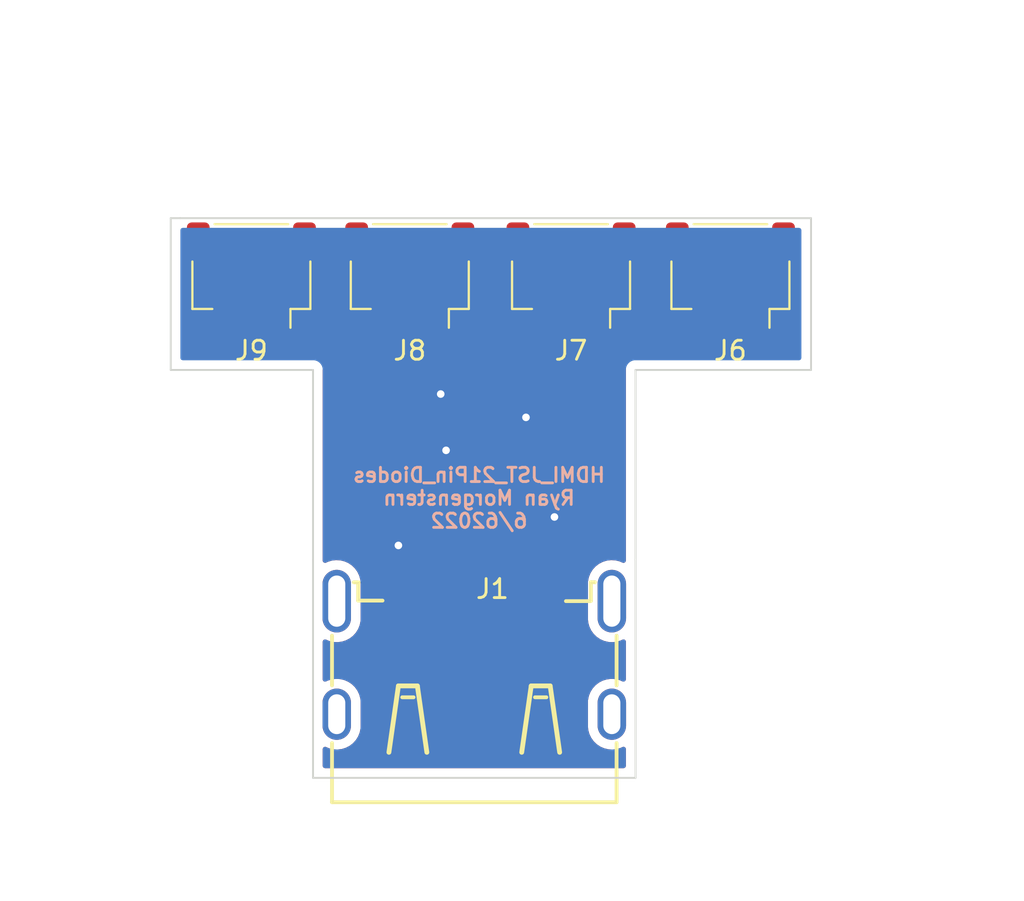
<source format=kicad_pcb>
(kicad_pcb (version 20211014) (generator pcbnew)
  (layers (0 "F.Cu" signal) (31 "B.Cu" signal) (34 "B.Paste" user) (35 "F.Paste" user) (36 "B.SilkS" user "B.Silkscreen") (37 "F.SilkS" user "F.Silkscreen") (38 "B.Mask" user) (39 "F.Mask" user) (44 "Edge.Cuts" user))
  (net 0 "")
  (net 1 "GND")
  (net 2 "Net-(J1-Pad4)")
  (net 3 "Net-(J1-Pad6)")
  (net 4 "Net-(J1-Pad7)")
  (net 5 "Net-(J1-Pad9)")
  (net 6 "Net-(J1-Pad10)")
  (net 7 "Net-(J1-Pad12)")
  (net 22 "Net-(J6-Pad3)")
  (net 23 "Net-(J6-Pad2)")
  (footprint "Connector_JST:JST_SH_SM04B-SRSS-TB_1x04-1MP_P1.00mm_Horizontal" (layer "F.Cu") (at -11.75 -19.75 180)
    (fp_text reference "J9" (at 0 -3.98) (layer "F.SilkS"))
    (fp_text value "Conn_01x04")
    (fp_line (start -3.11 0.715) (end -3.11 -1.785) (layer "F.SilkS") (width 0.12))
    (fp_line (start -3.11 -1.785) (end -2.06 -1.785) (layer "F.SilkS") (width 0.12))
    (fp_line (start -2.06 -1.785) (end -2.06 -2.775) (layer "F.SilkS") (width 0.12))
    (fp_line (start -1.94 2.685) (end 1.94 2.685) (layer "F.SilkS") (width 0.12))
    (fp_line (start 3.11 0.715) (end 3.11 -1.785) (layer "F.SilkS") (width 0.12))
    (fp_line (start 3.11 -1.785) (end 2.06 -1.785) (layer "F.SilkS") (width 0.12))
    (pad "1" smd roundrect (at -1.5 -2 180) (size 0.6 1.55) (layers "F.Cu" "F.Paste" "F.Mask"))
    (pad "2" smd roundrect (at -0.5 -2 180) (size 0.6 1.55) (layers "F.Cu" "F.Paste" "F.Mask") (net 6 "Net-(J1-Pad10)"))
    (pad "3" smd roundrect (at 0.5 -2 180) (size 0.6 1.55) (layers "F.Cu" "F.Paste" "F.Mask") (net 7 "Net-(J1-Pad12)"))
    (pad "4" smd roundrect (at 1.5 -2 180) (size 0.6 1.55) (layers "F.Cu" "F.Paste" "F.Mask"))
    (pad "MP" smd roundrect (at 2.8 1.875 180) (size 1.2 1.8) (layers "F.Cu" "F.Paste" "F.Mask") (roundrect_rratio 0.2083333333))
    (pad "MP" smd roundrect (at -2.8 1.875 180) (size 1.2 1.8) (layers "F.Cu" "F.Paste" "F.Mask") (roundrect_rratio 0.2083333333))
  )
  (footprint "Connector_JST:JST_SH_SM04B-SRSS-TB_1x04-1MP_P1.00mm_Horizontal" (layer "F.Cu") (at -3.4 -19.75 180)
    (fp_text reference "J8" (at 0 -3.98) (layer "F.SilkS"))
    (fp_text value "Conn_01x04")
    (fp_line (start 3.11 0.715) (end 3.11 -1.785) (layer "F.SilkS") (width 0.12))
    (fp_line (start -3.11 0.715) (end -3.11 -1.785) (layer "F.SilkS") (width 0.12))
    (fp_line (start -2.06 -1.785) (end -2.06 -2.775) (layer "F.SilkS") (width 0.12))
    (fp_line (start -3.11 -1.785) (end -2.06 -1.785) (layer "F.SilkS") (width 0.12))
    (fp_line (start 3.11 -1.785) (end 2.06 -1.785) (layer "F.SilkS") (width 0.12))
    (fp_line (start -1.94 2.685) (end 1.94 2.685) (layer "F.SilkS") (width 0.12))
    (pad "1" smd roundrect (at -1.5 -2 180) (size 0.6 1.55) (layers "F.Cu" "F.Paste" "F.Mask"))
    (pad "2" smd roundrect (at -0.5 -2 180) (size 0.6 1.55) (layers "F.Cu" "F.Paste" "F.Mask") (net 4 "Net-(J1-Pad7)"))
    (pad "3" smd roundrect (at 0.5 -2 180) (size 0.6 1.55) (layers "F.Cu" "F.Paste" "F.Mask") (net 5 "Net-(J1-Pad9)"))
    (pad "4" smd roundrect (at 1.5 -2 180) (size 0.6 1.55) (layers "F.Cu" "F.Paste" "F.Mask"))
    (pad "MP" smd roundrect (at 2.8 1.875 180) (size 1.2 1.8) (layers "F.Cu" "F.Paste" "F.Mask") (roundrect_rratio 0.2083333333))
    (pad "MP" smd roundrect (at -2.8 1.875 180) (size 1.2 1.8) (layers "F.Cu" "F.Paste" "F.Mask") (roundrect_rratio 0.2083333333))
  )
  (footprint "Connector_JST:JST_SH_SM04B-SRSS-TB_1x04-1MP_P1.00mm_Horizontal" (layer "F.Cu") (at 5.1 -19.75 180)
    (fp_text reference "J7" (at 0 -3.98) (layer "F.SilkS"))
    (fp_text value "Conn_01x04")
    (fp_line (start -1.94 2.685) (end 1.94 2.685) (layer "F.SilkS") (width 0.12))
    (fp_line (start -3.11 0.715) (end -3.11 -1.785) (layer "F.SilkS") (width 0.12))
    (fp_line (start 3.11 0.715) (end 3.11 -1.785) (layer "F.SilkS") (width 0.12))
    (fp_line (start -2.06 -1.785) (end -2.06 -2.775) (layer "F.SilkS") (width 0.12))
    (fp_line (start 3.11 -1.785) (end 2.06 -1.785) (layer "F.SilkS") (width 0.12))
    (fp_line (start -3.11 -1.785) (end -2.06 -1.785) (layer "F.SilkS") (width 0.12))
    (pad "1" smd roundrect (at -1.5 -2 180) (size 0.6 1.55) (layers "F.Cu" "F.Paste" "F.Mask"))
    (pad "2" smd roundrect (at -0.5 -2 180) (size 0.6 1.55) (layers "F.Cu" "F.Paste" "F.Mask") (net 2 "Net-(J1-Pad4)"))
    (pad "3" smd roundrect (at 0.5 -2 180) (size 0.6 1.55) (layers "F.Cu" "F.Paste" "F.Mask") (net 3 "Net-(J1-Pad6)"))
    (pad "4" smd roundrect (at 1.5 -2 180) (size 0.6 1.55) (layers "F.Cu" "F.Paste" "F.Mask"))
    (pad "MP" smd roundrect (at 2.8 1.875 180) (size 1.2 1.8) (layers "F.Cu" "F.Paste" "F.Mask") (roundrect_rratio 0.2083333333))
    (pad "MP" smd roundrect (at -2.8 1.875 180) (size 1.2 1.8) (layers "F.Cu" "F.Paste" "F.Mask") (roundrect_rratio 0.2083333333))
  )
  (footprint "0_21Pin_FootprintLib:HDMI-SMD_HDMI-019S" (layer "F.Cu") (at 0 0)
    (fp_text reference "J1" (at 0 -3.207) (layer "F.SilkS") (effects (justify left)))
    (fp_text value "HDMI_A")
    (fp_line (start 4 1.904) (end 4.5 5.404) (layer "F.SilkS") (width 0.254))
    (fp_line (start 6.145 -2.575) (end 6.145 -3.563) (layer "F.SilkS") (width 0.2))
    (fp_line (start 6.352 -3.563) (end 6.352 -3.556) (layer "F.SilkS") (width 0.2))
    (fp_line (start -6.107 -3.545) (end -6.12 -3.545) (layer "F.SilkS") (width 0.2))
    (fp_line (start 7.5 1.876) (end 7.5 -0.743) (layer "F.SilkS") (width 0.2))
    (fp_line (start -6.35 -3.557) (end -6.107 -3.557) (layer "F.SilkS") (width 0.2))
    (fp_line (start 4.83 -2.565) (end 6.08 -2.565) (layer "F.SilkS") (width 0.2))
    (fp_line (start -3.2 2.504) (end -3.8 2.504) (layer "F.SilkS") (width 0.2))
    (fp_line (start 6.08 -2.565) (end 6.08 -2.575) (layer "F.SilkS") (width 0.2))
    (fp_line (start -7.5 1.875) (end -7.5 -0.743) (layer "F.SilkS") (width 0.2))
    (fp_line (start -6.107 -3.557) (end -6.107 -3.545) (layer "F.SilkS") (width 0.2))
    (fp_line (start -6.12 -2.592) (end -4.837 -2.592) (layer "F.SilkS") (width 0.2))
    (fp_line (start 7.5 8.036) (end 7.5 4.917) (layer "F.SilkS") (width 0.2))
    (fp_line (start 6.145 -3.563) (end 6.352 -3.563) (layer "F.SilkS") (width 0.2))
    (fp_line (start 3.2 2.504) (end 3.8 2.504) (layer "F.SilkS") (width 0.2))
    (fp_line (start -3 1.904) (end -4 1.904) (layer "F.SilkS") (width 0.254))
    (fp_line (start -6.12 -3.545) (end -6.12 -2.592) (layer "F.SilkS") (width 0.2))
    (fp_line (start 2.5 5.404) (end 3 1.904) (layer "F.SilkS") (width 0.254))
    (fp_line (start -7.5 8.036) (end -7.5 4.917) (layer "F.SilkS") (width 0.2))
    (fp_line (start 6.08 -2.575) (end 6.145 -2.575) (layer "F.SilkS") (width 0.2))
    (fp_line (start -2.5 5.404) (end -3 1.904) (layer "F.SilkS") (width 0.254))
    (fp_line (start -7.5 8.036) (end 7.5 8.036) (layer "F.SilkS") (width 0.2))
    (fp_line (start 3 1.904) (end 4 1.904) (layer "F.SilkS") (width 0.254))
    (fp_line (start -4 1.904) (end -4.5 5.404) (layer "F.SilkS") (width 0.254))
    (pad "1" smd oval (at 4.501 -3.396) (size 0.25 2.4) (layers "F.Cu" "F.Paste" "F.Mask") (net 23 "Net-(J6-Pad2)"))
    (pad "2" smd oval (at 4.001 -3.396) (size 0.25 2.4) (layers "F.Cu" "F.Paste" "F.Mask") (net 1 "GND"))
    (pad "3" smd oval (at 3.501 -3.396) (size 0.25 2.4) (layers "F.Cu" "F.Paste" "F.Mask") (net 22 "Net-(J6-Pad3)"))
    (pad "4" smd oval (at 3.001 -3.396) (size 0.25 2.4) (layers "F.Cu" "F.Paste" "F.Mask") (net 2 "Net-(J1-Pad4)"))
    (pad "5" smd oval (at 2.5 -3.396) (size 0.25 2.4) (layers "F.Cu" "F.Paste" "F.Mask") (net 1 "GND"))
    (pad "6" smd oval (at 2 -3.396) (size 0.25 2.4) (layers "F.Cu" "F.Paste" "F.Mask") (net 3 "Net-(J1-Pad6)"))
    (pad "7" smd oval (at 1.5 -3.396) (size 0.25 2.4) (layers "F.Cu" "F.Paste" "F.Mask") (net 4 "Net-(J1-Pad7)"))
    (pad "8" smd oval (at 1 -3.396) (size 0.25 2.4) (layers "F.Cu" "F.Paste" "F.Mask") (net 1 "GND"))
    (pad "9" smd oval (at 0.5 -3.396) (size 0.25 2.4) (layers "F.Cu" "F.Paste" "F.Mask") (net 5 "Net-(J1-Pad9)"))
    (pad "10" smd oval (at 0 -3.396) (size 0.25 2.4) (layers "F.Cu" "F.Paste" "F.Mask") (net 6 "Net-(J1-Pad10)"))
    (pad "11" smd oval (at -0.5 -3.396) (size 0.25 2.4) (layers "F.Cu" "F.Paste" "F.Mask") (net 1 "GND"))
    (pad "12" smd oval (at -1 -3.396) (size 0.25 2.4) (layers "F.Cu" "F.Paste" "F.Mask") (net 7 "Net-(J1-Pad12)"))
    (pad "13" smd oval (at -1.5 -3.396) (size 0.25 2.4) (layers "F.Cu" "F.Paste" "F.Mask"))
    (pad "14" smd oval (at -2 -3.396) (size 0.25 2.4) (layers "F.Cu" "F.Paste" "F.Mask"))
    (pad "15" smd oval (at -2.5 -3.396) (size 0.25 2.4) (layers "F.Cu" "F.Paste" "F.Mask"))
    (pad "16" smd oval (at -3.001 -3.396) (size 0.25 2.4) (layers "F.Cu" "F.Paste" "F.Mask"))
    (pad "17" smd oval (at -3.501 -3.396) (size 0.25 2.4) (layers "F.Cu" "F.Paste" "F.Mask") (net 1 "GND"))
    (pad "18" smd oval (at -4.001 -3.396) (size 0.25 2.4) (layers "F.Cu" "F.Paste" "F.Mask"))
    (pad "19" smd oval (at -4.501 -3.396) (size 0.25 2.4) (layers "F.Cu" "F.Paste" "F.Mask"))
    (pad "20" thru_hole oval (at 7.25 3.396) (size 1.5 2.7) (drill oval 0.9 2.1) (layers *.Cu *.Mask))
    (pad "21" thru_hole oval (at -7.25 3.396) (size 1.5 2.7) (drill oval 0.9 2.1) (layers *.Cu *.Mask))
    (pad "22" thru_hole oval (at 7.25 -2.564) (size 1.5 3.3) (drill oval 0.9 2.7) (layers *.Cu *.Mask))
    (pad "23" thru_hole oval (at -7.25 -2.564) (size 1.5 3.3) (drill oval 0.9 2.7) (layers *.Cu *.Mask))
  )
  (footprint "Connector_JST:JST_SH_SM04B-SRSS-TB_1x04-1MP_P1.00mm_Horizontal" (layer "F.Cu") (at 13.5 -19.75 180)
    (fp_text reference "J6" (at 0 -3.98) (layer "F.SilkS"))
    (fp_text value "Conn_01x04")
    (fp_line (start 3.11 0.715) (end 3.11 -1.785) (layer "F.SilkS") (width 0.12))
    (fp_line (start -2.06 -1.785) (end -2.06 -2.775) (layer "F.SilkS") (width 0.12))
    (fp_line (start -3.11 -1.785) (end -2.06 -1.785) (layer "F.SilkS") (width 0.12))
    (fp_line (start 3.11 -1.785) (end 2.06 -1.785) (layer "F.SilkS") (width 0.12))
    (fp_line (start -1.94 2.685) (end 1.94 2.685) (layer "F.SilkS") (width 0.12))
    (fp_line (start -3.11 0.715) (end -3.11 -1.785) (layer "F.SilkS") (width 0.12))
    (pad "1" smd roundrect (at -1.5 -2 180) (size 0.6 1.55) (layers "F.Cu" "F.Paste" "F.Mask"))
    (pad "2" smd roundrect (at -0.5 -2 180) (size 0.6 1.55) (layers "F.Cu" "F.Paste" "F.Mask") (net 23 "Net-(J6-Pad2)"))
    (pad "3" smd roundrect (at 0.5 -2 180) (size 0.6 1.55) (layers "F.Cu" "F.Paste" "F.Mask") (net 22 "Net-(J6-Pad3)"))
    (pad "4" smd roundrect (at 1.5 -2 180) (size 0.6 1.55) (layers "F.Cu" "F.Paste" "F.Mask"))
    (pad "MP" smd roundrect (at 2.8 1.875 180) (size 1.2 1.8) (layers "F.Cu" "F.Paste" "F.Mask") (roundrect_rratio 0.2083333333))
    (pad "MP" smd roundrect (at -2.8 1.875 180) (size 1.2 1.8) (layers "F.Cu" "F.Paste" "F.Mask") (roundrect_rratio 0.2083333333))
  )
  (gr_line (start -15.5 -22.75) (end 17.75 -22.75) (layer "Edge.Cuts") (width 0.1))
  (gr_line (start -8.5 -4.75) (end -8.5 6.75) (layer "Edge.Cuts") (width 0.1))
  (gr_line (start 17.75 -22.75) (end 17.75 -14.75) (layer "Edge.Cuts") (width 0.1))
  (gr_line (start 8.5 -4.75) (end 8.5 -14.75) (layer "Edge.Cuts") (width 0.1))
  (gr_line (start -8.5 -4.75) (end -8.5 -14.75) (layer "Edge.Cuts") (width 0.1))
  (gr_line (start 8.5 6.75) (end -8.5 6.75) (layer "Edge.Cuts") (width 0.1))
  (gr_line (start -8.5 -14.75) (end -16 -14.75) (layer "Edge.Cuts") (width 0.1))
  (gr_line (start -16 -22.75) (end -16 -14.75) (layer "Edge.Cuts") (width 0.1))
  (gr_line (start 8.5 -4.75) (end 8.5 6.75) (layer "Edge.Cuts") (width 0.1))
  (gr_line (start -15.5 -22.75) (end -16 -22.75) (layer "Edge.Cuts") (width 0.1))
  (gr_line (start 8.5 -14.75) (end 17.75 -14.75) (layer "Edge.Cuts") (width 0.1))
  (gr_text "HDMI_JST_21Pin_Diodes\nRyan Morgenstern\n6/62022" (at 0.25 -8) (layer "B.SilkS") (effects (font (size 0.75 0.75)) (justify mirror)))
  (segment (start 1 -10.709528) (end -1.770236 -13.479764) (width 0.25) (layer "F.Cu") (net 1))
  (segment (start -0.5 -3.396) (end -0.5 -9.524598) (width 0.25) (layer "F.Cu") (net 1))
  (segment (start -3.501 -5.001) (end -4 -5.5) (width 0.25) (layer "F.Cu") (net 1))
  (segment (start 2.5 -3.396) (end 2.5 -12.0255) (width 0.25) (layer "F.Cu") (net 1))
  (segment (start 4.001 -3.396) (end 4.001 -6.7755) (width 0.25) (layer "F.Cu") (net 1))
  (segment (start 2.5 -12.0255) (end 2.7245 -12.25) (width 0.25) (layer "F.Cu") (net 1))
  (segment (start 4.001 -6.7755) (end 4.2255 -7) (width 0.25) (layer "F.Cu") (net 1))
  (segment (start 1 -3.396) (end 1 -10.709528) (width 0.25) (layer "F.Cu") (net 1))
  (segment (start -0.5 -9.524598) (end -1.487701 -10.512299) (width 0.25) (layer "F.Cu") (net 1))
  (segment (start -3.501 -3.396) (end -3.501 -5.001) (width 0.25) (layer "F.Cu") (net 1))
  (via (at -1.770236 -13.479764) (size 0.8) (drill 0.4) (layers "F.Cu" "B.Cu") (net 1))
  (via (at 4.2255 -7) (size 0.8) (drill 0.4) (layers "F.Cu" "B.Cu") (net 1))
  (via (at -1.487701 -10.512299) (size 0.8) (drill 0.4) (layers "F.Cu" "B.Cu") (net 1))
  (via (at -4 -5.5) (size 0.8) (drill 0.4) (layers "F.Cu" "B.Cu") (net 1))
  (via (at 2.7245 -12.25) (size 0.8) (drill 0.4) (layers "F.Cu" "B.Cu") (net 1))
  (segment (start 3.001 -11.30148) (end 3.001 -3.396) (width 0.25) (layer "F.Cu") (net 2))
  (segment (start 3.449011 -12.550103) (end 3.449011 -11.749491) (width 0.25) (layer "F.Cu") (net 2))
  (segment (start 3.449011 -11.749491) (end 3.001 -11.30148) (width 0.25) (layer "F.Cu") (net 2))
  (segment (start 3.001 -12.998114) (end 3.449011 -12.550103) (width 0.25) (layer "F.Cu") (net 2))
  (segment (start 5.5 -17) (end 3.001 -14.501) (width 0.25) (layer "F.Cu") (net 2))
  (segment (start 3.001 -14.501) (end 3.001 -12.998114) (width 0.25) (layer "F.Cu") (net 2))
  (segment (start 2 -14.703928) (end 4.6 -17.303928) (width 0.25) (layer "F.Cu") (net 3))
  (segment (start 2 -3.396) (end 2 -14.703928) (width 0.25) (layer "F.Cu") (net 3))
  (segment (start 4.6 -17.303928) (end 4.6 -17.75) (width 0.25) (layer "F.Cu") (net 3))
  (segment (start -2.9 -15.634142) (end 1.5 -11.234142) (width 0.25) (layer "F.Cu") (net 4))
  (segment (start -2.9 -17.75) (end -2.9 -15.634142) (width 0.25) (layer "F.Cu") (net 4))
  (segment (start 1.5 -11.234142) (end 1.5 -3.396) (width 0.25) (layer "F.Cu") (net 4))
  (segment (start -3.9 -14.58493) (end 0.5 -10.18493) (width 0.25) (layer "F.Cu") (net 5))
  (segment (start 0.5 -10.18493) (end 0.5 -3.396) (width 0.25) (layer "F.Cu") (net 5))
  (segment (start -3.9 -17.75) (end -3.9 -14.58493) (width 0.25) (layer "F.Cu") (net 5))
  (segment (start 0 -3.396) (end 0 -10.049212) (width 0.25) (layer "F.Cu") (net 6))
  (segment (start 0 -10.049212) (end -5.950788 -16) (width 0.25) (layer "F.Cu") (net 6))
  (segment (start -11.25 -16.75) (end -11.25 -17.75) (width 0.25) (layer "F.Cu") (net 6))
  (segment (start -10.5 -16) (end -11.25 -16.75) (width 0.25) (layer "F.Cu") (net 6))
  (segment (start -5.950788 -16) (end -10.5 -16) (width 0.25) (layer "F.Cu") (net 6))
  (segment (start -12.25 -16.75) (end -11 -15.5) (width 0.25) (layer "F.Cu") (net 7))
  (segment (start -1 -9) (end -1 -3.396) (width 0.25) (layer "F.Cu") (net 7))
  (segment (start -12.25 -17.75) (end -12.25 -16.75) (width 0.25) (layer "F.Cu") (net 7))
  (segment (start -7.5 -15.5) (end -1 -9) (width 0.25) (layer "F.Cu") (net 7))
  (segment (start -11 -15.5) (end -7.5 -15.5) (width 0.25) (layer "F.Cu") (net 7))
  (segment (start 3.501 -14.365282) (end 5.192859 -16.057141) (width 0.25) (layer "F.Cu") (net 22))
  (segment (start 3.501 -3.396) (end 3.501 -11.165762) (width 0.25) (layer "F.Cu") (net 22))
  (segment (start 4 -11.664762) (end 4 -13.866282) (width 0.25) (layer "F.Cu") (net 22))
  (segment (start 11.753213 -16.057141) (end 13 -17.303928) (width 0.25) (layer "F.Cu") (net 22))
  (segment (start 3.501 -11.165762) (end 4 -11.664762) (width 0.25) (layer "F.Cu") (net 22))
  (segment (start 13 -17.303928) (end 13 -17.75) (width 0.25) (layer "F.Cu") (net 22))
  (segment (start 5.192859 -16.057141) (end 11.753213 -16.057141) (width 0.25) (layer "F.Cu") (net 22))
  (segment (start 4 -13.866282) (end 3.501 -14.365282) (width 0.25) (layer "F.Cu") (net 22))
  (segment (start 4.950011 -14.051989) (end 4.950011 -3.845011) (width 0.25) (layer "F.Cu") (net 23))
  (segment (start 12.303693 -15.607621) (end 5.607621 -15.607621) (width 0.25) (layer "F.Cu") (net 23))
  (segment (start 4.950011 -3.845011) (end 4.501 -3.396) (width 0.25) (layer "F.Cu") (net 23))
  (segment (start 14 -17.75) (end 14 -17.303928) (width 0.25) (layer "F.Cu") (net 23))
  (segment (start 14 -17.303928) (end 12.303693 -15.607621) (width 0.25) (layer "F.Cu") (net 23))
  (segment (start 4.501 -14.501) (end 4.950011 -14.051989) (width 0.25) (layer "F.Cu") (net 23))
  (segment (start 5.607621 -15.607621) (end 4.501 -14.501) (width 0.25) (layer "F.Cu") (net 23))
  (zone (net 1) (net_name "GND") (layer "F.Cu") (connect_pads (clearance 0.508)) (min_thickness 0.254) (fill yes (thermal_gap 0.508) (thermal_bridge_width 0.508))
    (polygon (pts (xy 29 -33.75) (xy 20.75 12.5) (xy -19 10.5) (xy -25 -32.25)))
  )
  (zone (net 1) (net_name "GND") (layer "B.Cu") (connect_pads (clearance 0.508)) (min_thickness 0.254) (fill yes (thermal_gap 0.508) (thermal_bridge_width 0.508))
    (polygon (pts (xy 27.25 -32.75) (xy 19.25 13.25) (xy -18.75 10.5) (xy -25 -34.25)))
  )
)
</source>
